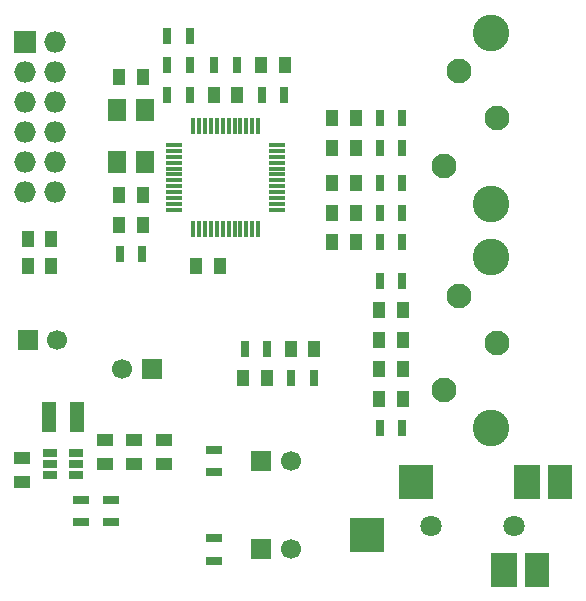
<source format=gts>
G04 #@! TF.FileFunction,Soldermask,Top*
%FSLAX46Y46*%
G04 Gerber Fmt 4.6, Leading zero omitted, Abs format (unit mm)*
G04 Created by KiCad (PCBNEW 4.0.6-e0-6349~53~ubuntu14.04.1) date Sun Oct 15 19:31:36 2017*
%MOMM*%
%LPD*%
G01*
G04 APERTURE LIST*
%ADD10C,0.100000*%
%ADD11R,1.350000X1.100000*%
%ADD12R,1.100000X1.350000*%
%ADD13R,2.900000X2.900000*%
%ADD14R,2.300000X2.900000*%
%ADD15R,2.100000X2.900000*%
%ADD16C,1.800000*%
%ADD17R,1.300000X2.600000*%
%ADD18C,2.100000*%
%ADD19C,3.100000*%
%ADD20R,1.400000X0.800000*%
%ADD21R,0.800000X1.400000*%
%ADD22R,1.160000X0.750000*%
%ADD23R,1.400000X0.350000*%
%ADD24R,0.350000X1.400000*%
%ADD25R,1.500000X1.900000*%
%ADD26R,1.827200X1.827200*%
%ADD27O,1.827200X1.827200*%
%ADD28R,1.700000X1.700000*%
%ADD29C,1.700000*%
G04 APERTURE END LIST*
D10*
D11*
X142750000Y-140250000D03*
X142750000Y-138250000D03*
X149750000Y-138750000D03*
X149750000Y-136750000D03*
X154750000Y-136750000D03*
X154750000Y-138750000D03*
D12*
X165500000Y-129000000D03*
X167500000Y-129000000D03*
X151000000Y-116000000D03*
X153000000Y-116000000D03*
X165000000Y-105000000D03*
X163000000Y-105000000D03*
X171000000Y-112000000D03*
X169000000Y-112000000D03*
X153000000Y-106000000D03*
X151000000Y-106000000D03*
X159500000Y-122000000D03*
X157500000Y-122000000D03*
X159000000Y-107500000D03*
X161000000Y-107500000D03*
X175000000Y-133250000D03*
X173000000Y-133250000D03*
X175000000Y-125750000D03*
X173000000Y-125750000D03*
X173000000Y-130750000D03*
X175000000Y-130750000D03*
X175000000Y-128250000D03*
X173000000Y-128250000D03*
X171000000Y-115000000D03*
X169000000Y-115000000D03*
X171000000Y-109500000D03*
X169000000Y-109500000D03*
X145250000Y-122000000D03*
X143250000Y-122000000D03*
D11*
X152250000Y-138750000D03*
X152250000Y-136750000D03*
D12*
X143250000Y-119750000D03*
X145250000Y-119750000D03*
D13*
X172000000Y-144750000D03*
X176100000Y-140300000D03*
D14*
X185500000Y-140300000D03*
D15*
X188300000Y-140300000D03*
X186400000Y-147700000D03*
D14*
X183600000Y-147700000D03*
D16*
X184400000Y-144000000D03*
X177400000Y-144000000D03*
D17*
X147450000Y-134750000D03*
X145050000Y-134750000D03*
D18*
X183000000Y-128500000D03*
X178500000Y-132500000D03*
X179750000Y-124500000D03*
D19*
X182500000Y-135750000D03*
X182500000Y-121250000D03*
D18*
X183000000Y-109500000D03*
X178500000Y-113500000D03*
X179750000Y-105500000D03*
D19*
X182500000Y-116750000D03*
X182500000Y-102250000D03*
D20*
X150250000Y-143700000D03*
X150250000Y-141800000D03*
X147750000Y-141800000D03*
X147750000Y-143700000D03*
D21*
X165550000Y-131500000D03*
X167450000Y-131500000D03*
X155050000Y-107500000D03*
X156950000Y-107500000D03*
X152950000Y-121000000D03*
X151050000Y-121000000D03*
X160950000Y-105000000D03*
X159050000Y-105000000D03*
X156950000Y-102500000D03*
X155050000Y-102500000D03*
X156950000Y-105000000D03*
X155050000Y-105000000D03*
X163050000Y-107500000D03*
X164950000Y-107500000D03*
D20*
X159000000Y-139450000D03*
X159000000Y-137550000D03*
X159000000Y-146950000D03*
X159000000Y-145050000D03*
D21*
X173050000Y-135750000D03*
X174950000Y-135750000D03*
X174950000Y-123250000D03*
X173050000Y-123250000D03*
X174950000Y-117500000D03*
X173050000Y-117500000D03*
X173050000Y-109500000D03*
X174950000Y-109500000D03*
X174950000Y-115000000D03*
X173050000Y-115000000D03*
X174950000Y-112000000D03*
X173050000Y-112000000D03*
D22*
X145150000Y-137800000D03*
X145150000Y-138750000D03*
X145150000Y-139700000D03*
X147350000Y-139700000D03*
X147350000Y-137800000D03*
X147350000Y-138750000D03*
D23*
X155650000Y-111750000D03*
X155650000Y-112250000D03*
X155650000Y-112750000D03*
X155650000Y-113250000D03*
X155650000Y-113750000D03*
X155650000Y-114250000D03*
X155650000Y-114750000D03*
X155650000Y-115250000D03*
X155650000Y-115750000D03*
X155650000Y-116250000D03*
X155650000Y-116750000D03*
X155650000Y-117250000D03*
D24*
X157250000Y-118850000D03*
X157750000Y-118850000D03*
X158250000Y-118850000D03*
X158750000Y-118850000D03*
X159250000Y-118850000D03*
X159750000Y-118850000D03*
X160250000Y-118850000D03*
X160750000Y-118850000D03*
X161250000Y-118850000D03*
X161750000Y-118850000D03*
X162250000Y-118850000D03*
X162750000Y-118850000D03*
D23*
X164350000Y-117250000D03*
X164350000Y-116750000D03*
X164350000Y-116250000D03*
X164350000Y-115750000D03*
X164350000Y-115250000D03*
X164350000Y-114750000D03*
X164350000Y-114250000D03*
X164350000Y-113750000D03*
X164350000Y-113250000D03*
X164350000Y-112750000D03*
X164350000Y-112250000D03*
X164350000Y-111750000D03*
D24*
X162750000Y-110150000D03*
X162250000Y-110150000D03*
X161750000Y-110150000D03*
X161250000Y-110150000D03*
X160750000Y-110150000D03*
X160250000Y-110150000D03*
X159750000Y-110150000D03*
X159250000Y-110150000D03*
X158750000Y-110150000D03*
X158250000Y-110150000D03*
X157750000Y-110150000D03*
X157250000Y-110150000D03*
D25*
X153200000Y-113200000D03*
X150800000Y-113200000D03*
X153200000Y-108800000D03*
X150800000Y-108800000D03*
D26*
X143000000Y-103000000D03*
D27*
X145540000Y-103000000D03*
X143000000Y-105540000D03*
X145540000Y-105540000D03*
X143000000Y-108080000D03*
X145540000Y-108080000D03*
X143000000Y-110620000D03*
X145540000Y-110620000D03*
X143000000Y-113160000D03*
X145540000Y-113160000D03*
X143000000Y-115700000D03*
X145540000Y-115700000D03*
D12*
X169000000Y-117500000D03*
X171000000Y-117500000D03*
D21*
X174950000Y-120000000D03*
X173050000Y-120000000D03*
D12*
X153000000Y-118500000D03*
X151000000Y-118500000D03*
X169000000Y-120000000D03*
X171000000Y-120000000D03*
D28*
X143250000Y-128250000D03*
D29*
X145750000Y-128250000D03*
D28*
X153750000Y-130750000D03*
D29*
X151250000Y-130750000D03*
D28*
X163000000Y-138500000D03*
D29*
X165500000Y-138500000D03*
D28*
X163000000Y-146000000D03*
D29*
X165500000Y-146000000D03*
D12*
X163500000Y-131500000D03*
X161500000Y-131500000D03*
D21*
X161600000Y-129000000D03*
X163500000Y-129000000D03*
M02*

</source>
